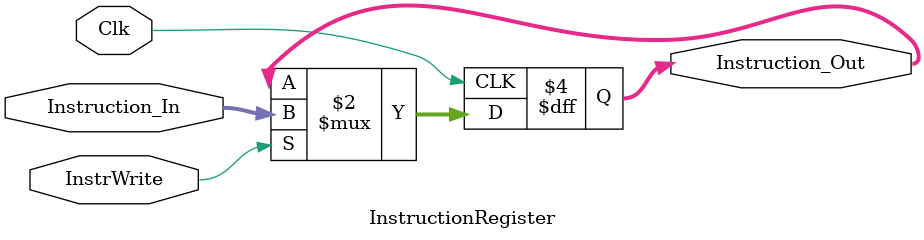
<source format=v>
`timescale 1ns / 1ps
module InstructionRegister(
    input [15:0] Instruction_In,
    input Clk,
	 input InstrWrite,
    output reg [15:0] Instruction_Out
    );

	
	
	always@(posedge Clk) begin
		if (InstrWrite)
			Instruction_Out <= Instruction_In;
	end
	
endmodule

</source>
